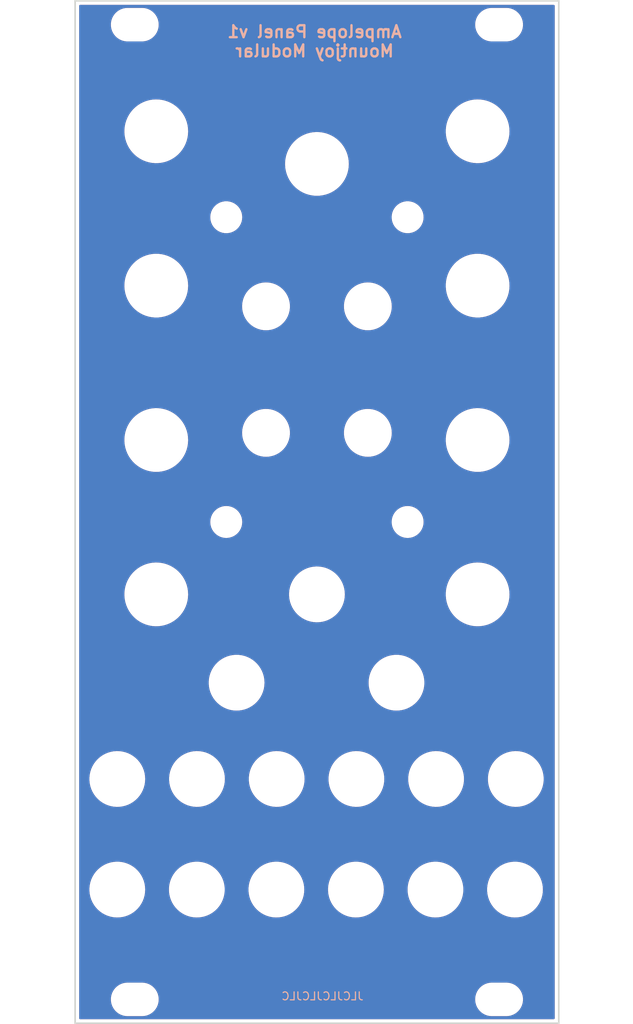
<source format=kicad_pcb>
(kicad_pcb (version 20210606) (generator pcbnew)
  (layers (0 "F.Cu" signal) (31 "B.Cu" signal) (36 "B.SilkS" user "B.Silkscreen") (37 "F.SilkS" user "F.Silkscreen") (38 "B.Mask" user) (39 "F.Mask" user) (44 "Edge.Cuts" user))
  (net 0 "")
  (footprint "Custom_Footprints:Alpha_9mm_pot_hole" (layer "F.Cu") (at 150.5 115.5 180)
    (fp_text reference "MIX" hide)
    (fp_text value "Alpha_9mm_pot_hole" hide)
    (pad "" np_thru_hole circle locked (at 0 0 180) (size 7 7) (drill 7) (layers *.Cu *.Mask))
  )
  (footprint "Custom_Footprints:Oval_Mounting_Hole" (layer "F.Cu") (at 107.4 43.9)
    (fp_text reference "Ref**" hide)
    (fp_text value "Oval_Mounting_Hole" hide)
    (pad "" np_thru_hole oval locked (at 0 0) (size 5 3.2) (drill oval 5 3.2) (layers *.Cu *.Mask))
  )
  (footprint "Custom_Footprints:Oval_Mounting_Hole" (layer "F.Cu") (at 153.2 166.4)
    (fp_text reference "Ref**" hide)
    (fp_text value "Oval_Mounting_Hole" hide)
    (pad "" np_thru_hole oval locked (at 0 0) (size 5 3.2) (drill oval 5 3.2) (layers *.Cu *.Mask))
  )
  (footprint "Custom_Footprints:Sub_Miniature_Switch_MountingHole_5mm" (layer "F.Cu") (at 123.9 95.2)
    (fp_text reference "TYPE" hide)
    (fp_text value "Subminiature_Switch" hide)
    (pad "" np_thru_hole circle locked (at 0 0) (size 5 5) (drill 5) (layers *.Cu *.Mask))
  )
  (footprint "Custom_Footprints:Alpha_9mm_pot_hole" (layer "F.Cu") (at 150.5 96.1 180)
    (fp_text reference "MIX" hide)
    (fp_text value "Alpha_9mm_pot_hole" hide)
    (pad "" np_thru_hole circle locked (at 0 0 180) (size 7 7) (drill 7) (layers *.Cu *.Mask))
  )
  (footprint "Custom_Footprints:Oval_Mounting_Hole" (layer "F.Cu") (at 153.2 43.9)
    (fp_text reference "Ref**" hide)
    (fp_text value "Oval_Mounting_Hole" hide)
    (pad "" np_thru_hole oval locked (at 0 0) (size 5 3.2) (drill oval 5 3.2) (layers *.Cu *.Mask))
  )
  (footprint "Custom_Footprints:Sub_Miniature_Switch_MountingHole_5mm" (layer "F.Cu") (at 136.7 79.3)
    (fp_text reference "TYPE" hide)
    (fp_text value "Subminiature_Switch" hide)
    (pad "" np_thru_hole circle locked (at 0 0) (size 5 5) (drill 5) (layers *.Cu *.Mask))
  )
  (footprint "Custom_Footprints:Thonkiconn_Socket_MountingHole_6mm" (layer "F.Cu") (at 155.2 152.6 180)
    (fp_text reference "Ref**" hide)
    (fp_text value "Thonkiconn_Socket_MountingHole_6mm")
    (pad "" np_thru_hole circle locked (at 0 0 180) (size 6 6) (drill 6) (layers *.Cu *.Mask))
  )
  (footprint "Custom_Footprints:Thonkiconn_Socket_MountingHole_6mm" (layer "F.Cu") (at 135.2 152.6 180)
    (fp_text reference "Ref**" hide)
    (fp_text value "Thonkiconn_Socket_MountingHole_6mm")
    (pad "" np_thru_hole circle locked (at 0 0 180) (size 6 6) (drill 6) (layers *.Cu *.Mask))
  )
  (footprint "Custom_Footprints:Thonkiconn_Socket_MountingHole_6mm" (layer "F.Cu") (at 115.22 138.7 180)
    (fp_text reference "Ref**" hide)
    (fp_text value "Thonkiconn_Socket_MountingHole_6mm")
    (pad "" np_thru_hole circle locked (at 0 0 180) (size 6 6) (drill 6) (layers *.Cu *.Mask))
  )
  (footprint "Custom_Footprints:Oval_Mounting_Hole" (layer "F.Cu") (at 107.4 166.4)
    (fp_text reference "Ref**" hide)
    (fp_text value "Oval_Mounting_Hole" hide)
    (pad "" np_thru_hole oval locked (at 0 0) (size 5 3.2) (drill oval 5 3.2) (layers *.Cu *.Mask))
  )
  (footprint "Custom_Footprints:Thonkiconn_Socket_MountingHole_6mm" (layer "F.Cu") (at 155.3 138.7 180)
    (fp_text reference "Ref**" hide)
    (fp_text value "Thonkiconn_Socket_MountingHole_6mm")
    (pad "" np_thru_hole circle locked (at 0 0 180) (size 6 6) (drill 6) (layers *.Cu *.Mask))
  )
  (footprint "Custom_Footprints:Thonkiconn_Socket_MountingHole_6mm" (layer "F.Cu") (at 115.2 152.6 180)
    (fp_text reference "Ref**" hide)
    (fp_text value "Thonkiconn_Socket_MountingHole_6mm")
    (pad "" np_thru_hole circle locked (at 0 0 180) (size 6 6) (drill 6) (layers *.Cu *.Mask))
  )
  (footprint "Custom_Footprints:Thonkiconn_Socket_MountingHole_6mm" (layer "F.Cu") (at 120.2 126.6 180)
    (fp_text reference "Ref**" hide)
    (fp_text value "Thonkiconn_Socket_MountingHole_6mm")
    (pad "" np_thru_hole circle locked (at 0 0 180) (size 6 6) (drill 6) (layers *.Cu *.Mask))
  )
  (footprint "Custom_Footprints:Alpha_9mm_pot_hole" (layer "F.Cu") (at 130.3 61.4 180)
    (fp_text reference "MIX" hide)
    (fp_text value "Alpha_9mm_pot_hole" hide)
    (pad "" np_thru_hole circle locked (at 0 0 180) (size 7 7) (drill 7) (layers *.Cu *.Mask))
  )
  (footprint "Custom_Footprints:Sub_Miniature_Switch_MountingHole_5mm" (layer "F.Cu") (at 136.7 95.2)
    (fp_text reference "TYPE" hide)
    (fp_text value "Subminiature_Switch" hide)
    (pad "" np_thru_hole circle locked (at 0 0) (size 5 5) (drill 5) (layers *.Cu *.Mask))
  )
  (footprint "Custom_Footprints:Alpha_9mm_pot_hole" (layer "F.Cu") (at 150.5 76.7 180)
    (fp_text reference "MIX" hide)
    (fp_text value "Alpha_9mm_pot_hole" hide)
    (pad "" np_thru_hole circle locked (at 0 0 180) (size 7 7) (drill 7) (layers *.Cu *.Mask))
  )
  (footprint "Custom_Footprints:Thonkiconn_Socket_MountingHole_6mm" (layer "F.Cu") (at 135.26 138.7 180)
    (fp_text reference "Ref**" hide)
    (fp_text value "Thonkiconn_Socket_MountingHole_6mm")
    (pad "" np_thru_hole circle locked (at 0 0 180) (size 6 6) (drill 6) (layers *.Cu *.Mask))
  )
  (footprint "Custom_Footprints:Alpha_9mm_pot_hole" (layer "F.Cu") (at 110.1 96.1 180)
    (fp_text reference "MIX" hide)
    (fp_text value "Alpha_9mm_pot_hole" hide)
    (pad "" np_thru_hole circle locked (at 0 0 180) (size 7 7) (drill 7) (layers *.Cu *.Mask))
  )
  (footprint "Custom_Footprints:LED_Hole_3mm" (layer "F.Cu") (at 141.7 68.1)
    (fp_text reference "Ref**" hide)
    (fp_text value "LED_Hole_3mm" hide)
    (pad "" np_thru_hole circle locked (at 0 0) (size 3 3) (drill 3) (layers *.Cu *.Mask))
  )
  (footprint "Custom_Footprints:Alpha_9mm_pot_hole" (layer "F.Cu") (at 110.1 57.3 180)
    (fp_text reference "MIX" hide)
    (fp_text value "Alpha_9mm_pot_hole" hide)
    (pad "" np_thru_hole circle locked (at 0 0 180) (size 7 7) (drill 7) (layers *.Cu *.Mask))
  )
  (footprint "Custom_Footprints:Thonkiconn_Socket_MountingHole_6mm" (layer "F.Cu") (at 145.2 152.6 180)
    (fp_text reference "Ref**" hide)
    (fp_text value "Thonkiconn_Socket_MountingHole_6mm")
    (pad "" np_thru_hole circle locked (at 0 0 180) (size 6 6) (drill 6) (layers *.Cu *.Mask))
  )
  (footprint "Custom_Footprints:Alpha_9mm_pot_hole" (layer "F.Cu") (at 110.1 76.7 180)
    (fp_text reference "MIX" hide)
    (fp_text value "Alpha_9mm_pot_hole" hide)
    (pad "" np_thru_hole circle locked (at 0 0 180) (size 7 7) (drill 7) (layers *.Cu *.Mask))
  )
  (footprint "Custom_Footprints:Alpha_9mm_pot_hole" (layer "F.Cu") (at 150.5 57.3 180)
    (fp_text reference "MIX" hide)
    (fp_text value "Alpha_9mm_pot_hole" hide)
    (pad "" np_thru_hole circle locked (at 0 0 180) (size 7 7) (drill 7) (layers *.Cu *.Mask))
  )
  (footprint "Custom_Footprints:Thonkiconn_Socket_MountingHole_6mm" (layer "F.Cu") (at 105.2 138.7 180)
    (fp_text reference "Ref**" hide)
    (fp_text value "Thonkiconn_Socket_MountingHole_6mm")
    (pad "" np_thru_hole circle locked (at 0 0 180) (size 6 6) (drill 6) (layers *.Cu *.Mask))
  )
  (footprint "Custom_Footprints:LED_Hole_3mm" (layer "F.Cu") (at 118.9 68.1 180)
    (fp_text reference "LED_L" hide)
    (fp_text value "Subminiature_Switch" hide)
    (pad "" np_thru_hole circle locked (at 0 0 180) (size 3 3) (drill 3) (layers *.Cu *.Mask))
  )
  (footprint "Custom_Footprints:Sub_Miniature_Switch_MountingHole_5mm" (layer "F.Cu") (at 123.9 79.3)
    (fp_text reference "TYPE" hide)
    (fp_text value "Subminiature_Switch" hide)
    (pad "" np_thru_hole circle locked (at 0 0) (size 5 5) (drill 5) (layers *.Cu *.Mask))
  )
  (footprint "Custom_Footprints:Thonkiconn_Socket_MountingHole_6mm" (layer "F.Cu") (at 125.2 152.6 180)
    (fp_text reference "Ref**" hide)
    (fp_text value "Thonkiconn_Socket_MountingHole_6mm")
    (pad "" np_thru_hole circle locked (at 0 0 180) (size 6 6) (drill 6) (layers *.Cu *.Mask))
  )
  (footprint "Custom_Footprints:Thonkiconn_Socket_MountingHole_6mm" (layer "F.Cu") (at 130.3 115.5 180)
    (fp_text reference "Ref**" hide)
    (fp_text value "Thonkiconn_Socket_MountingHole_6mm")
    (pad "" np_thru_hole circle locked (at 0 0 180) (size 6 6) (drill 6) (layers *.Cu *.Mask))
  )
  (footprint "Custom_Footprints:LED_Hole_3mm" (layer "F.Cu") (at 141.7 106.4 180)
    (fp_text reference "LED_L" hide)
    (fp_text value "LED_Hole_3mm" hide)
    (pad "" np_thru_hole circle locked (at 0 0 180) (size 3 3) (drill 3) (layers *.Cu *.Mask))
  )
  (footprint "Custom_Footprints:Thonkiconn_Socket_MountingHole_6mm" (layer "F.Cu") (at 105.2 152.6 180)
    (fp_text reference "Ref**" hide)
    (fp_text value "Thonkiconn_Socket_MountingHole_6mm")
    (pad "" np_thru_hole circle locked (at 0 0 180) (size 6 6) (drill 6) (layers *.Cu *.Mask))
  )
  (footprint "Logo_Footprint:logo" (layer "F.Cu") (at 130.3 44.6)
    (fp_text reference "G***" hide)
    (fp_text value "LOGO" hide)
  )
  (footprint "Custom_Footprints:Thonkiconn_Socket_MountingHole_6mm" (layer "F.Cu") (at 140.3 126.6 180)
    (fp_text reference "Ref**" hide)
    (fp_text value "Thonkiconn_Socket_MountingHole_6mm")
    (pad "" np_thru_hole circle locked (at 0 0 180) (size 6 6) (drill 6) (layers *.Cu *.Mask))
  )
  (footprint "Custom_Footprints:Alpha_9mm_pot_hole" (layer "F.Cu") (at 110.1 115.5 180)
    (fp_text reference "MIX" hide)
    (fp_text value "Alpha_9mm_pot_hole" hide)
    (pad "" np_thru_hole circle locked (at 0 0 180) (size 7 7) (drill 7) (layers *.Cu *.Mask))
  )
  (footprint "Custom_Footprints:Thonkiconn_Socket_MountingHole_6mm" (layer "F.Cu") (at 125.2 138.7 180)
    (fp_text reference "Ref**" hide)
    (fp_text value "Thonkiconn_Socket_MountingHole_6mm")
    (pad "" np_thru_hole circle locked (at 0 0 180) (size 6 6) (drill 6) (layers *.Cu *.Mask))
  )
  (footprint "Custom_Footprints:LED_Hole_3mm" (layer "F.Cu") (at 118.9 106.4 180)
    (fp_text reference "LED_L" hide)
    (fp_text value "LED_Hole_3mm" hide)
    (pad "" np_thru_hole circle locked (at 0 0 180) (size 3 3) (drill 3) (layers *.Cu *.Mask))
  )
  (footprint "Custom_Footprints:Thonkiconn_Socket_MountingHole_6mm" (layer "F.Cu") (at 145.28 138.7 180)
    (fp_text reference "Ref**" hide)
    (fp_text value "Thonkiconn_Socket_MountingHole_6mm")
    (pad "" np_thru_hole circle locked (at 0 0 180) (size 6 6) (drill 6) (layers *.Cu *.Mask))
  )
  (gr_line (start 99.9 40.9) (end 99.9 169.4) (layer "Edge.Cuts") (width 0.2))
  (gr_line (start 99.9 169.4) (end 160.7 169.4) (layer "Edge.Cuts") (width 0.2))
  (gr_line (start 99.9 40.9) (end 160.7 40.9) (layer "Edge.Cuts") (width 0.2))
  (gr_line (start 160.7 40.9) (end 160.7 169.4) (layer "Edge.Cuts") (width 0.2))
  (gr_text "Ampelope Panel v1\nMountjoy Modular" (at 130 46) (layer "B.SilkS") (effects (font (size 1.5 1.5) (thickness 0.3)) (justify mirror)))
  (gr_text "JLCJLCJLCJLC" (at 131 166) (layer "B.SilkS") (effects (font (size 1 1)) (justify mirror)))
  (zone (net 0) (net_name "") (layer "F.Cu") (connect_pads (clearance 0.508)) (min_thickness 0.254) (fill yes (thermal_gap 0.508) (thermal_bridge_width 0.508))
    (polygon (pts (xy 99.6 40.8) (xy 160.4 40.8) (xy 160.4 169.3) (xy 99.6 169.3)))
  )
  (zone (net 0) (net_name "") (layer "B.Cu") (connect_pads (clearance 0.508)) (min_thickness 0.254) (fill yes (thermal_gap 0.508) (thermal_bridge_width 0.508))
    (polygon (pts (xy 99.6 40.8) (xy 160.4 40.8) (xy 160.4 169.3) (xy 99.6 169.3)))
  )
)
</source>
